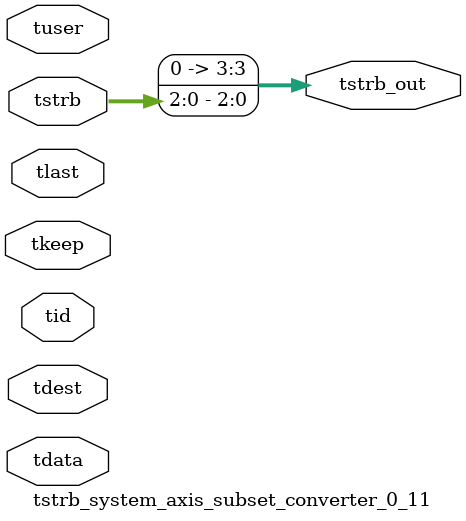
<source format=v>


`timescale 1ps/1ps

module tstrb_system_axis_subset_converter_0_11 #
(
parameter C_S_AXIS_TDATA_WIDTH = 32,
parameter C_S_AXIS_TUSER_WIDTH = 0,
parameter C_S_AXIS_TID_WIDTH   = 0,
parameter C_S_AXIS_TDEST_WIDTH = 0,
parameter C_M_AXIS_TDATA_WIDTH = 32
)
(
input  [(C_S_AXIS_TDATA_WIDTH == 0 ? 1 : C_S_AXIS_TDATA_WIDTH)-1:0     ] tdata,
input  [(C_S_AXIS_TUSER_WIDTH == 0 ? 1 : C_S_AXIS_TUSER_WIDTH)-1:0     ] tuser,
input  [(C_S_AXIS_TID_WIDTH   == 0 ? 1 : C_S_AXIS_TID_WIDTH)-1:0       ] tid,
input  [(C_S_AXIS_TDEST_WIDTH == 0 ? 1 : C_S_AXIS_TDEST_WIDTH)-1:0     ] tdest,
input  [(C_S_AXIS_TDATA_WIDTH/8)-1:0 ] tkeep,
input  [(C_S_AXIS_TDATA_WIDTH/8)-1:0 ] tstrb,
input                                                                    tlast,
output [(C_M_AXIS_TDATA_WIDTH/8)-1:0 ] tstrb_out
);

assign tstrb_out = {tstrb[2:0]};

endmodule


</source>
